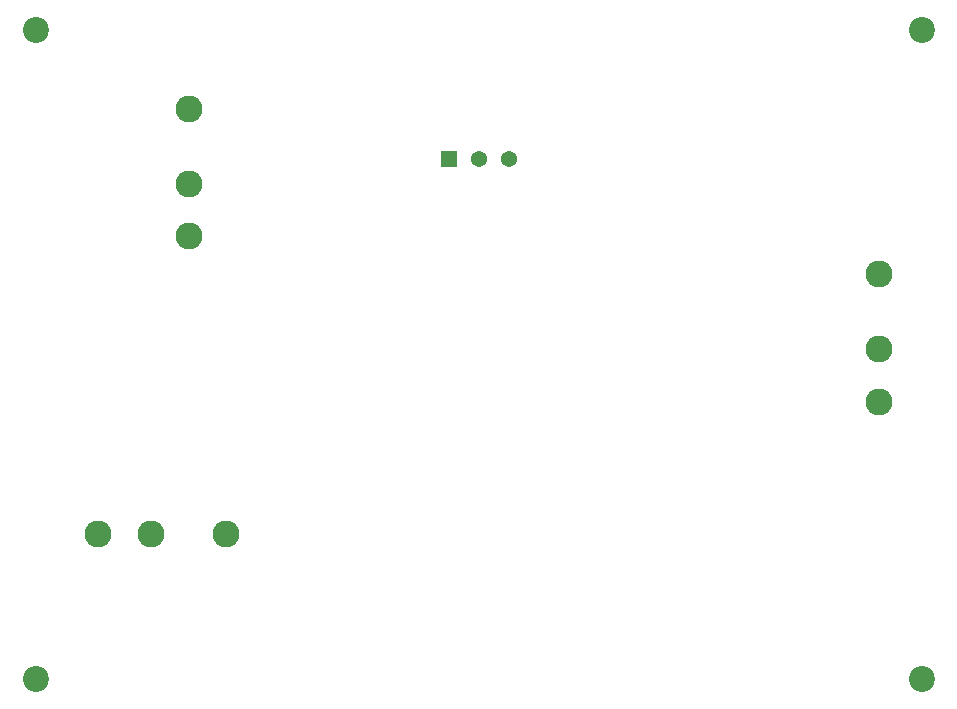
<source format=gbr>
%TF.GenerationSoftware,KiCad,Pcbnew,9.0.0*%
%TF.CreationDate,2025-04-18T23:18:59-05:00*%
%TF.ProjectId,BSPD,42535044-2e6b-4696-9361-645f70636258,rev?*%
%TF.SameCoordinates,Original*%
%TF.FileFunction,Soldermask,Bot*%
%TF.FilePolarity,Negative*%
%FSLAX46Y46*%
G04 Gerber Fmt 4.6, Leading zero omitted, Abs format (unit mm)*
G04 Created by KiCad (PCBNEW 9.0.0) date 2025-04-18 23:18:59*
%MOMM*%
%LPD*%
G01*
G04 APERTURE LIST*
%ADD10C,2.200000*%
%ADD11C,2.286000*%
%ADD12R,1.371600X1.371600*%
%ADD13C,1.371600*%
G04 APERTURE END LIST*
D10*
%TO.C,H103*%
X198700000Y-133100000D03*
%TD*%
D11*
%TO.C,U102*%
X136700000Y-91155000D03*
X136700000Y-84805000D03*
X136700000Y-95600000D03*
%TD*%
%TO.C,U110*%
X195100000Y-105186000D03*
X195100000Y-98836000D03*
X195100000Y-109631000D03*
%TD*%
D10*
%TO.C,H104*%
X198700000Y-78100000D03*
%TD*%
%TO.C,H101*%
X123700000Y-78100000D03*
%TD*%
D12*
%TO.C,U103*%
X158700000Y-89100000D03*
D13*
X161240000Y-89100000D03*
X163780000Y-89100000D03*
%TD*%
D11*
%TO.C,U101*%
X133414000Y-120850000D03*
X139764000Y-120850000D03*
X128969000Y-120850000D03*
%TD*%
D10*
%TO.C,H102*%
X123700000Y-133100000D03*
%TD*%
M02*

</source>
